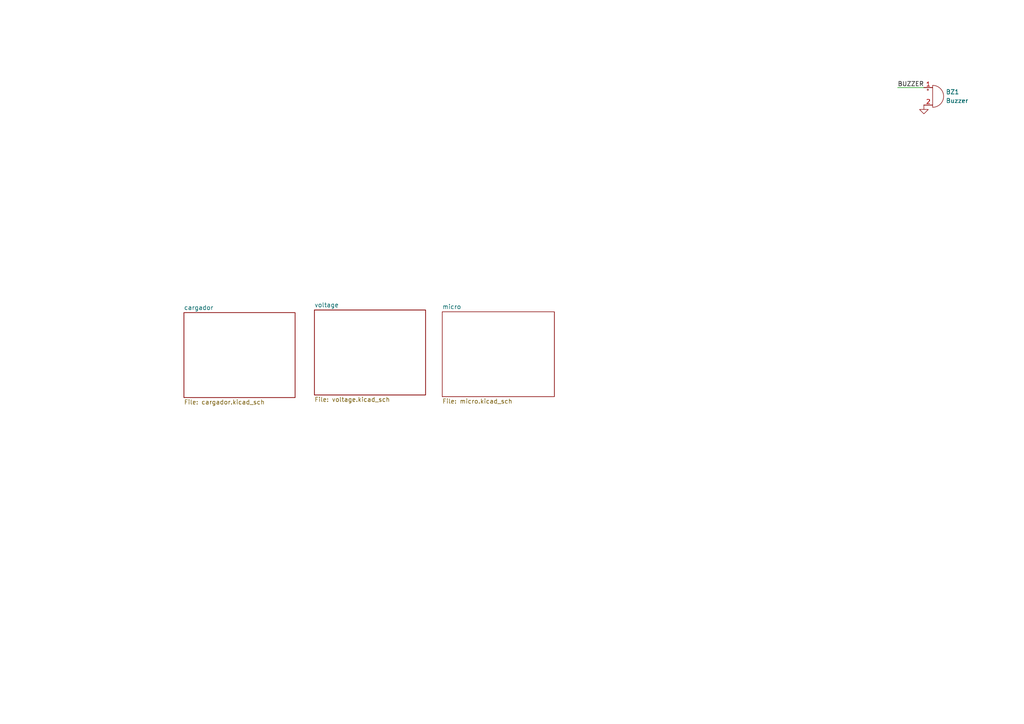
<source format=kicad_sch>
(kicad_sch (version 20250114) (generator "eeschema") (generator_version "9.0")
  (paper "A4")
  (lib_symbols
    (symbol "Device:Buzzer" (pin_names (offset 0.0254) (hide yes))
      (property "Reference" "BZ" (at 3.81 1.27 0))
      (property "Value" "Buzzer" (at 3.81 -1.27 0))
      (symbol "Buzzer_0_1"
        (polyline (pts (xy -1.651 1.905) (xy -1.143 1.905)))
        (polyline (pts (xy -1.397 2.159) (xy -1.397 1.651)))
        (arc (start 0 3.175) (mid 3.1612 0) (end 0 -3.175))
        (polyline (pts (xy 0 3.175) (xy 0 -3.175)))
      )
      (symbol "Buzzer_1_1"
        (pin passive line (at -2.54 2.54 0) (length 2.54) (name "+") (number "1"))
        (pin passive line (at -2.54 -2.54 0) (length 2.54) (name "-") (number "2"))
      )
    )
    (symbol "power:GND" (power) (pin_numbers (hide yes)) (pin_names (offset 0) (hide yes))
      (property "Value" "GND" (at 0 -3.81 0))
      (symbol "GND_0_1"
        (polyline (pts (xy 0 0) (xy 0 -1.27) (xy 1.27 -1.27) (xy 0 -2.54) (xy -1.27 -1.27) (xy 0 -1.27)))
      )
      (symbol "GND_1_1"
        (pin power_in line (at 0 0 270) (length 0) (name "~") (number "1"))
      )
    )
  )
  (wire (pts (xy 260.35 25.4) (xy 267.97 25.4)))
  (label "BUZZER" (at 260.35 25.4 0))
  (symbol (lib_id "power:GND") (at 267.97 30.48 0) (unit 1)
    (property "Reference" "#PWR040" (effects (hide yes)))
    (property "Value" "GND" (effects (hide yes)))
    (property "Description" "Power symbol creates a global label with name \"GND\" , ground" (effects (hide yes)))
  )
  (symbol (lib_id "Device:Buzzer") (at 270.51 27.94 0) (unit 1)
    (property "Reference" "BZ1" (at 274.32 26.6699 0) (effects (justify left)))
    (property "Value" "Buzzer" (at 274.32 29.2099 0) (effects (justify left)))
    (property "Footprint" "Buzzer_Beeper:MagneticBuzzer_ProSignal_ABI-010-RC" (effects (hide yes)))
    (property "Description" "Buzzer, polarized" (effects (hide yes)))
  )
  (sheet (at 53.34 90.678) (size 32.258 24.638) (stroke (width 0.1524))
    (property "Sheetname" "cargador" (at 53.34 89.9664 0) (effects (justify left bottom)))
    (property "Sheetfile" "cargador.kicad_sch" (at 53.34 115.9006 0) (effects (justify left top)))
  )
  (sheet (at 91.186 89.916) (size 32.258 24.638) (stroke (width 0.1524))
    (property "Sheetname" "voltage" (at 91.186 89.2044 0) (effects (justify left bottom)))
    (property "Sheetfile" "voltage.kicad_sch" (at 91.186 115.1386 0) (effects (justify left top)))
  )
  (sheet (at 128.27 90.424) (size 32.512 24.638) (stroke (width 0.1524))
    (property "Sheetname" "micro" (at 128.27 89.7124 0) (effects (justify left bottom)))
    (property "Sheetfile" "micro.kicad_sch" (at 128.27 115.6466 0) (effects (justify left top)))
  )
)
</source>
